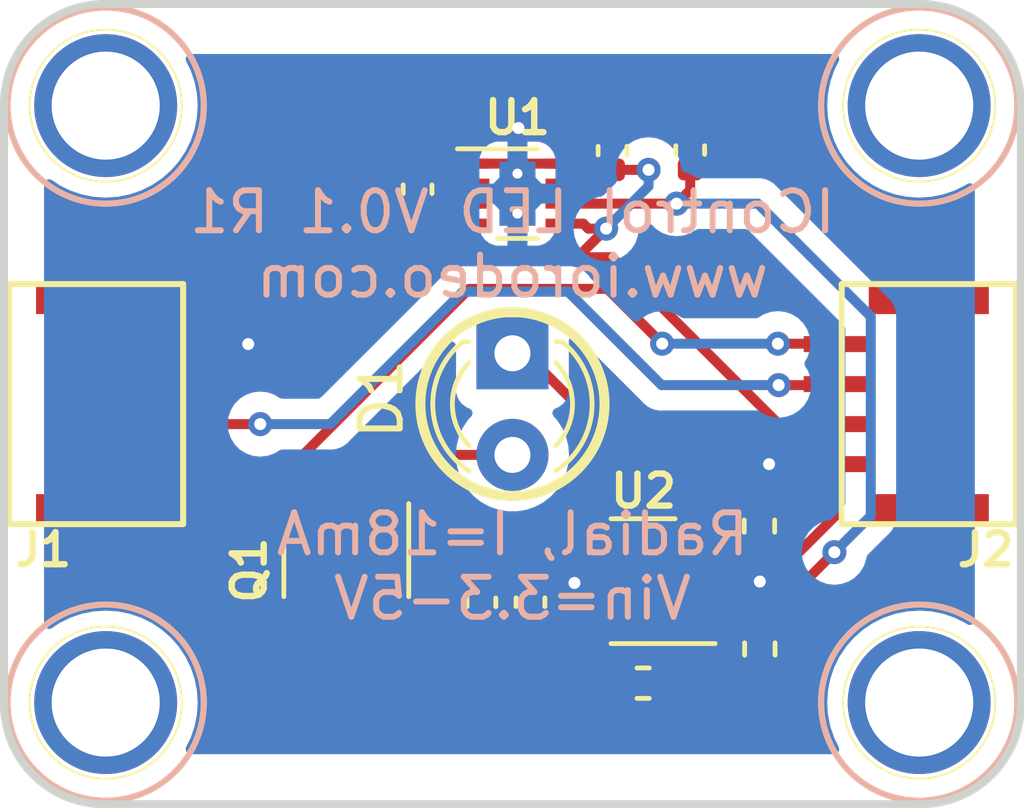
<source format=kicad_pcb>
(kicad_pcb (version 20221018) (generator pcbnew)
  (layers (0 "F.Cu" signal) (31 "B.Cu" signal) (34 "B.Paste" user) (35 "F.Paste" user) (36 "B.SilkS" user "B.Silkscreen") (37 "F.SilkS" user "F.Silkscreen") (38 "B.Mask" user) (39 "F.Mask" user) (44 "Edge.Cuts" user))
  (net 0 "")
  (net 1 "GND")
  (net 2 "/VIN")
  (net 3 "Net-(U1-C1+)")
  (net 4 "/SCL")
  (net 5 "/SDA")
  (net 6 "Net-(U1-C1-)")
  (net 7 "/5V")
  (net 8 "Net-(D1-K)")
  (net 9 "Net-(D1-A)")
  (net 10 "Net-(Q1-B)")
  (net 11 "/Vset")
  (footprint "custom_mount_hole:MountingHole_2.5mm_Pad" (layer "F.Cu") (at 52.54 52.54)
    (fp_text reference "M1" hide)
    (fp_text value "MountingHole_2.5mm_Pad" hide)
    (fp_circle (center 0 0) (end 2.45 0) (stroke (width 0.15)) (fill none) (layer "B.SilkS"))
    (fp_circle (center 0 0) (end 1.9 0) (stroke (width 0.05)) (fill none) (layer "F.SilkS"))
    (fp_circle (center 0 0) (end 2.45 0) (stroke (width 0.15)) (fill none) (layer "F.SilkS"))
    (pad "~" thru_hole circle (at 0 0) (size 3.57 3.57) (drill 2.7) (layers "*.Cu" "*.Mask"))
  )
  (footprint "custom_mount_hole:MountingHole_2.5mm_Pad" (layer "F.Cu") (at 72.86 52.54)
    (fp_text reference "M2" hide)
    (fp_text value "MountingHole_2.5mm_Pad" hide)
    (fp_circle (center 0 0) (end 2.45 0) (stroke (width 0.15)) (fill none) (layer "B.SilkS"))
    (fp_circle (center 0 0) (end 1.9 0) (stroke (width 0.05)) (fill none) (layer "F.SilkS"))
    (fp_circle (center 0 0) (end 2.45 0) (stroke (width 0.15)) (fill none) (layer "F.SilkS"))
    (pad "~" thru_hole circle (at 0 0) (size 3.57 3.57) (drill 2.7) (layers "*.Cu" "*.Mask"))
  )
  (footprint "custom_mount_hole:MountingHole_2.5mm_Pad" (layer "F.Cu") (at 72.86 67.46)
    (fp_text reference "M3" hide)
    (fp_text value "MountingHole_2.5mm_Pad" hide)
    (fp_circle (center 0 0) (end 2.45 0) (stroke (width 0.15)) (fill none) (layer "B.SilkS"))
    (fp_circle (center 0 0) (end 1.9 0) (stroke (width 0.05)) (fill none) (layer "F.SilkS"))
    (fp_circle (center 0 0) (end 2.45 0) (stroke (width 0.15)) (fill none) (layer "F.SilkS"))
    (pad "~" thru_hole circle (at 0 0) (size 3.57 3.57) (drill 2.7) (layers "*.Cu" "*.Mask"))
  )
  (footprint "custom_mount_hole:MountingHole_2.5mm_Pad" (layer "F.Cu") (at 52.54 67.46)
    (fp_text reference "M4" hide)
    (fp_text value "MountingHole_2.5mm_Pad" hide)
    (fp_circle (center 0 0) (end 2.45 0) (stroke (width 0.15)) (fill none) (layer "B.SilkS"))
    (fp_circle (center 0 0) (end 1.9 0) (stroke (width 0.05)) (fill none) (layer "F.SilkS"))
    (fp_circle (center 0 0) (end 2.45 0) (stroke (width 0.15)) (fill none) (layer "F.SilkS"))
    (pad "~" thru_hole circle (at 0 0) (size 3.57 3.57) (drill 2.7) (layers "*.Cu" "*.Mask"))
  )
  (footprint "LED_THT:LED_D3.0mm" (layer "F.Cu") (at 62.7 58.73 -90)
    (fp_text reference "D1" (at 1.14 3.27 90) (layer "F.SilkS"))
    (fp_text value "LED_ALT")
    (fp_line (start -0.29 -1.236) (end -0.29 -1.08) (stroke (width 0.12)) (layer "F.SilkS"))
    (fp_line (start -0.29 1.08) (end -0.29 1.236) (stroke (width 0.12)) (layer "F.SilkS"))
    (fp_arc (start -0.29 -1.235516) (mid 1.366487 -1.987659) (end 2.942335 -1.078608) (stroke (width 0.12)) (layer "F.SilkS"))
    (fp_arc (start 0.229039 -1.08) (mid 1.270117 -1.5) (end 2.31113 -1.079837) (stroke (width 0.12)) (layer "F.SilkS"))
    (fp_arc (start 2.31113 1.079837) (mid 1.270117 1.5) (end 0.229039 1.08) (stroke (width 0.12)) (layer "F.SilkS"))
    (fp_arc (start 2.942335 1.078608) (mid 1.366487 1.987659) (end -0.29 1.235516) (stroke (width 0.12)) (layer "F.SilkS"))
    (pad "1" thru_hole rect (at 0 0 270) (size 1.8 1.8) (drill 0.9) (layers "*.Cu" "*.Mask") (net 8 "Net-(D1-K)"))
    (pad "2" thru_hole circle (at 2.54 0 270) (size 1.8 1.8) (drill 0.9) (layers "*.Cu" "*.Mask") (net 9 "Net-(D1-A)"))
  )
  (footprint "BOOMELE_SH_SMD:BOOMELE_SMD_SH_4PIN_RT" (layer "F.Cu") (at 52.78 60 90)
    (fp_text reference "J1" (at -3.64 -1.8 180) (layer "F.SilkS") (effects (font (size 0.8 0.8) (thickness 0.16))))
    (fp_text value "Conn_01x04" hide)
    (fp_line (start -3 1.695) (end -3 -2.655) (stroke (width 0.15)) (layer "F.SilkS"))
    (fp_line (start 0 -2.655) (end -3 -2.655) (stroke (width 0.15)) (layer "F.SilkS"))
    (fp_line (start 3 -2.655) (end 0 -2.655) (stroke (width 0.15)) (layer "F.SilkS"))
    (fp_line (start 3 -2.655) (end 3 1.695) (stroke (width 0.15)) (layer "F.SilkS"))
    (fp_line (start 3 1.695) (end -3 1.695) (stroke (width 0.15)) (layer "F.SilkS"))
    (pad "" smd rect (at -2.65 -0.48 270) (size 0.8 3) (layers "F.Cu" "F.Paste" "F.Mask"))
    (pad "" smd rect (at 2.65 -0.48 270) (size 0.8 3) (layers "F.Cu" "F.Paste" "F.Mask"))
    (pad "1" smd rect (at 1.5 1.845 270) (size 0.4 1.6) (layers "F.Cu" "F.Paste" "F.Mask") (net 1 "GND"))
    (pad "2" smd rect (at 0.5 1.845 270) (size 0.4 1.6) (layers "F.Cu" "F.Paste" "F.Mask") (net 2 "/VIN"))
    (pad "3" smd rect (at -0.5 1.845 270) (size 0.4 1.6) (layers "F.Cu" "F.Paste" "F.Mask") (net 5 "/SDA"))
    (pad "4" smd rect (at -1.5 1.845 270) (size 0.4 1.6) (layers "F.Cu" "F.Paste" "F.Mask") (net 4 "/SCL"))
  )
  (footprint "BOOMELE_SH_SMD:BOOMELE_SMD_SH_4PIN_RT" (layer "F.Cu") (at 72.62 60 -90)
    (fp_text reference "J2" (at 3.64 -1.9 180) (layer "F.SilkS") (effects (font (size 0.8 0.8) (thickness 0.16))))
    (fp_text value "Conn_01x04" hide)
    (fp_line (start -3 1.695) (end -3 -2.655) (stroke (width 0.15)) (layer "F.SilkS"))
    (fp_line (start 0 -2.655) (end -3 -2.655) (stroke (width 0.15)) (layer "F.SilkS"))
    (fp_line (start 3 -2.655) (end 0 -2.655) (stroke (width 0.15)) (layer "F.SilkS"))
    (fp_line (start 3 -2.655) (end 3 1.695) (stroke (width 0.15)) (layer "F.SilkS"))
    (fp_line (start 3 1.695) (end -3 1.695) (stroke (width 0.15)) (layer "F.SilkS"))
    (pad "" smd rect (at -2.65 -0.48 90) (size 0.8 3) (layers "F.Cu" "F.Paste" "F.Mask"))
    (pad "" smd rect (at 2.65 -0.48 90) (size 0.8 3) (layers "F.Cu" "F.Paste" "F.Mask"))
    (pad "1" smd rect (at 1.5 1.845 90) (size 0.4 1.6) (layers "F.Cu" "F.Paste" "F.Mask") (net 1 "GND"))
    (pad "2" smd rect (at 0.5 1.845 90) (size 0.4 1.6) (layers "F.Cu" "F.Paste" "F.Mask") (net 2 "/VIN"))
    (pad "3" smd rect (at -0.5 1.845 90) (size 0.4 1.6) (layers "F.Cu" "F.Paste" "F.Mask") (net 5 "/SDA"))
    (pad "4" smd rect (at -1.5 1.845 90) (size 0.4 1.6) (layers "F.Cu" "F.Paste" "F.Mask") (net 4 "/SCL"))
  )
  (footprint "Resistor_SMD:R_0402_1005Metric" (layer "F.Cu") (at 68.87 63.05 -90)
    (fp_text reference "R1" hide)
    (fp_text value "100" hide)
    (fp_line (start -0.153641 -0.38) (end 0.153641 -0.38) (stroke (width 0.12)) (layer "F.SilkS"))
    (fp_line (start -0.153641 0.38) (end 0.153641 0.38) (stroke (width 0.12)) (layer "F.SilkS"))
    (pad "1" smd roundrect (at -0.51 0 270) (size 0.54 0.64) (layers "F.Cu" "F.Paste" "F.Mask") (net 8 "Net-(D1-K)"))
    (pad "2" smd roundrect (at 0.51 0 270) (size 0.54 0.64) (layers "F.Cu" "F.Paste" "F.Mask") (net 1 "GND"))
  )
  (footprint "Package_TO_SOT_SMD:SOT-23-5" (layer "F.Cu") (at 65.9625 64.425 180)
    (fp_text reference "U2" (at -0.0125 2.25) (layer "F.SilkS") (effects (font (size 0.8 0.8) (thickness 0.16) bold)))
    (fp_text value "LMV321")
    (fp_line (start 0 -1.56) (end -1.8 -1.56) (stroke (width 0.12)) (layer "F.SilkS"))
    (fp_line (start 0 -1.56) (end 0.8 -1.56) (stroke (width 0.12)) (layer "F.SilkS"))
    (fp_line (start 0 1.56) (end -0.8 1.56) (stroke (width 0.12)) (layer "F.SilkS"))
    (fp_line (start 0 1.56) (end 0.8 1.56) (stroke (width 0.12)) (layer "F.SilkS"))
    (pad "1" smd roundrect (at -1.1375 -0.95 180) (size 1.325 0.6) (layers "F.Cu" "F.Paste" "F.Mask") (net 11 "/Vset"))
    (pad "2" smd roundrect (at -1.1375 0 180) (size 1.325 0.6) (layers "F.Cu" "F.Paste" "F.Mask") (net 1 "GND"))
    (pad "3" smd roundrect (at -1.1375 0.95 180) (size 1.325 0.6) (layers "F.Cu" "F.Paste" "F.Mask") (net 8 "Net-(D1-K)"))
    (pad "4" smd roundrect (at 1.1375 0.95 180) (size 1.325 0.6) (layers "F.Cu" "F.Paste" "F.Mask") (net 10 "Net-(Q1-B)"))
    (pad "5" smd roundrect (at 1.1375 -0.95 180) (size 1.325 0.6) (layers "F.Cu" "F.Paste" "F.Mask") (net 7 "/5V"))
  )
  (footprint "Capacitor_SMD:C_0402_1005Metric" (layer "F.Cu") (at 63.15 64.95 90)
    (fp_text reference "C4" hide)
    (fp_text value "0.1uF" hide)
    (fp_line (start -0.107836 -0.36) (end 0.107836 -0.36) (stroke (width 0.12)) (layer "F.SilkS"))
    (fp_line (start -0.107836 0.36) (end 0.107836 0.36) (stroke (width 0.12)) (layer "F.SilkS"))
    (pad "1" smd roundrect (at -0.48 0 90) (size 0.56 0.62) (layers "F.Cu" "F.Paste" "F.Mask") (net 7 "/5V"))
    (pad "2" smd roundrect (at 0.48 0 90) (size 0.56 0.62) (layers "F.Cu" "F.Paste" "F.Mask") (net 1 "GND"))
  )
  (footprint "Package_SON:WSON-8-1EP_2x2mm_P0.5mm_EP0.9x1.6mm_ThermalVias" (layer "F.Cu") (at 62.825 54.74)
    (fp_text reference "U1" (at 0 -1.9) (layer "F.SilkS") (effects (font (size 0.8 0.8) (thickness 0.16))))
    (fp_text value "LM2775DSG" hide)
    (fp_line (start -1.5 -1.12) (end 0.5 -1.12) (stroke (width 0.12)) (layer "F.SilkS"))
    (fp_line (start 0.5 1.12) (end -0.5 1.12) (stroke (width 0.12)) (layer "F.SilkS"))
    (pad "1" smd rect (at -0.95 -0.75) (size 0.5 0.25) (layers "F.Cu" "F.Paste" "F.Mask") (net 1 "GND"))
    (pad "2" smd rect (at -0.95 -0.25) (size 0.5 0.25) (layers "F.Cu" "F.Paste" "F.Mask") (net 6 "Net-(U1-C1-)"))
    (pad "3" smd rect (at -0.95 0.25) (size 0.5 0.25) (layers "F.Cu" "F.Paste" "F.Mask") (net 3 "Net-(U1-C1+)"))
    (pad "4" smd rect (at -0.95 0.75) (size 0.5 0.25) (layers "F.Cu" "F.Paste" "F.Mask") (net 2 "/VIN"))
    (pad "5" smd rect (at 0.95 0.75) (size 0.5 0.25) (layers "F.Cu" "F.Paste" "F.Mask") (net 2 "/VIN"))
    (pad "6" smd rect (at 0.95 0.25) (size 0.5 0.25) (layers "F.Cu" "F.Paste" "F.Mask") (net 7 "/5V"))
    (pad "7" smd rect (at 0.95 -0.25) (size 0.5 0.25) (layers "F.Cu" "F.Paste" "F.Mask") (net 2 "/VIN"))
    (pad "8" smd rect (at 0.95 -0.75) (size 0.5 0.25) (layers "F.Cu" "F.Paste" "F.Mask") (net 1 "GND"))
    (pad "9" thru_hole circle (at 0 -0.5) (size 0.6 0.6) (drill 0.25) (layers "*.Cu") (net 1 "GND"))
    (pad "9" smd rect (at 0 0) (size 0.9 1.6) (layers "F.Cu" "F.Mask") (net 1 "GND"))
    (pad "9" smd rect (at 0 0) (size 0.9 1.6) (layers "B.Cu") (net 1 "GND"))
    (pad "9" thru_hole circle (at 0 0.5) (size 0.6 0.6) (drill 0.25) (layers "*.Cu") (net 1 "GND"))
  )
  (footprint "Capacitor_SMD:C_0402_1005Metric" (layer "F.Cu") (at 67.14 53.65 90)
    (fp_text reference "C3" hide)
    (fp_text value "10uF" hide)
    (fp_line (start -0.107836 -0.36) (end 0.107836 -0.36) (stroke (width 0.12)) (layer "F.SilkS"))
    (fp_line (start -0.107836 0.36) (end 0.107836 0.36) (stroke (width 0.12)) (layer "F.SilkS"))
    (pad "1" smd roundrect (at -0.48 0 90) (size 0.56 0.62) (layers "F.Cu" "F.Paste" "F.Mask") (net 7 "/5V"))
    (pad "2" smd roundrect (at 0.48 0 90) (size 0.56 0.62) (layers "F.Cu" "F.Paste" "F.Mask") (net 1 "GND"))
  )
  (footprint "Resistor_SMD:R_0402_1005Metric" (layer "F.Cu") (at 68.88 66.12 90)
    (fp_text reference "R3" hide)
    (fp_text value "10k" hide)
    (fp_line (start -0.153641 -0.38) (end 0.153641 -0.38) (stroke (width 0.12)) (layer "F.SilkS"))
    (fp_line (start -0.153641 0.38) (end 0.153641 0.38) (stroke (width 0.12)) (layer "F.SilkS"))
    (pad "1" smd roundrect (at -0.51 0 90) (size 0.54 0.64) (layers "F.Cu" "F.Paste" "F.Mask") (net 11 "/Vset"))
    (pad "2" smd roundrect (at 0.51 0 90) (size 0.54 0.64) (layers "F.Cu" "F.Paste" "F.Mask") (net 1 "GND"))
  )
  (footprint "Resistor_SMD:R_0402_1005Metric" (layer "F.Cu") (at 65.965 66.975)
    (fp_text reference "R2" hide)
    (fp_text value "18k" hide)
    (fp_line (start -0.153641 -0.38) (end 0.153641 -0.38) (stroke (width 0.12)) (layer "F.SilkS"))
    (fp_line (start -0.153641 0.38) (end 0.153641 0.38) (stroke (width 0.12)) (layer "F.SilkS"))
    (pad "1" smd roundrect (at -0.51 0) (size 0.54 0.64) (layers "F.Cu" "F.Paste" "F.Mask") (net 7 "/5V"))
    (pad "2" smd roundrect (at 0.51 0) (size 0.54 0.64) (layers "F.Cu" "F.Paste" "F.Mask") (net 11 "/Vset"))
  )
  (footprint "Capacitor_SMD:C_0402_1005Metric" (layer "F.Cu") (at 65.2 53.665 -90)
    (fp_text reference "C1" hide)
    (fp_text value "10uF" hide)
    (fp_line (start -0.107836 -0.36) (end 0.107836 -0.36) (stroke (width 0.12)) (layer "F.SilkS"))
    (fp_line (start -0.107836 0.36) (end 0.107836 0.36) (stroke (width 0.12)) (layer "F.SilkS"))
    (pad "1" smd roundrect (at -0.48 0 270) (size 0.56 0.62) (layers "F.Cu" "F.Paste" "F.Mask") (net 1 "GND"))
    (pad "2" smd roundrect (at 0.48 0 270) (size 0.56 0.62) (layers "F.Cu" "F.Paste" "F.Mask") (net 2 "/VIN"))
  )
  (footprint "Capacitor_SMD:C_0402_1005Metric" (layer "F.Cu") (at 61.925 64.955 90)
    (fp_text reference "C5" hide)
    (fp_text value "10uF" hide)
    (fp_line (start -0.107836 -0.36) (end 0.107836 -0.36) (stroke (width 0.12)) (layer "F.SilkS"))
    (fp_line (start -0.107836 0.36) (end 0.107836 0.36) (stroke (width 0.12)) (layer "F.SilkS"))
    (pad "1" smd roundrect (at -0.48 0 90) (size 0.56 0.62) (layers "F.Cu" "F.Paste" "F.Mask") (net 7 "/5V"))
    (pad "2" smd roundrect (at 0.48 0 90) (size 0.56 0.62) (layers "F.Cu" "F.Paste" "F.Mask") (net 1 "GND"))
  )
  (footprint "Package_TO_SOT_SMD:SOT-23" (layer "F.Cu") (at 58.55 64.1625 -90)
    (fp_text reference "Q1" (at -0.0125 2.425 90) (layer "F.SilkS") (effects (font (size 0.8 0.8) (thickness 0.16) bold)))
    (fp_text value "MMBT5551L" hide)
    (fp_line (start 0 -1.56) (end -1.675 -1.56) (stroke (width 0.12)) (layer "F.SilkS"))
    (fp_line (start 0 -1.56) (end 0.65 -1.56) (stroke (width 0.12)) (layer "F.SilkS"))
    (fp_line (start 0 1.56) (end -0.65 1.56) (stroke (width 0.12)) (layer "F.SilkS"))
    (fp_line (start 0 1.56) (end 0.65 1.56) (stroke (width 0.12)) (layer "F.SilkS"))
    (pad "1" smd roundrect (at -0.9375 -0.95 270) (size 1.475 0.6) (layers "F.Cu" "F.Paste" "F.Mask") (net 10 "Net-(Q1-B)"))
    (pad "2" smd roundrect (at -0.9375 0.95 270) (size 1.475 0.6) (layers "F.Cu" "F.Paste" "F.Mask") (net 9 "Net-(D1-A)"))
    (pad "3" smd roundrect (at 0.9375 0 270) (size 1.475 0.6) (layers "F.Cu" "F.Paste" "F.Mask") (net 7 "/5V"))
  )
  (footprint "Capacitor_SMD:C_0402_1005Metric" (layer "F.Cu") (at 60.33 54.63 90)
    (fp_text reference "C2" hide)
    (fp_text value "1uF" hide)
    (fp_line (start -0.107836 -0.36) (end 0.107836 -0.36) (stroke (width 0.12)) (layer "F.SilkS"))
    (fp_line (start -0.107836 0.36) (end 0.107836 0.36) (stroke (width 0.12)) (layer "F.SilkS"))
    (pad "1" smd roundrect (at -0.48 0 90) (size 0.56 0.62) (layers "F.Cu" "F.Paste" "F.Mask") (net 3 "Net-(U1-C1+)"))
    (pad "2" smd roundrect (at 0.48 0 90) (size 0.56 0.62) (layers "F.Cu" "F.Paste" "F.Mask") (net 6 "Net-(U1-C1-)"))
  )
  (gr_circle (center 62.7 60) (end 65 60) (stroke (width 0.25)) (fill none) (layer "F.SilkS"))
  (gr_arc (start 72.9 50) (mid 74.667767 50.732233) (end 75.4 52.5) (stroke (width 0.2)) (layer "Edge.Cuts"))
  (gr_arc (start 52.5 70) (mid 50.732233 69.267767) (end 50 67.5) (stroke (width 0.2)) (layer "Edge.Cuts"))
  (gr_line (start 52.5 50) (end 72.9 50) (stroke (width 0.2)) (layer "Edge.Cuts"))
  (gr_arc (start 50 52.5) (mid 50.732233 50.732233) (end 52.5 50) (stroke (width 0.2)) (layer "Edge.Cuts"))
  (gr_arc (start 75.4 67.5) (mid 74.667767 69.267767) (end 72.9 70) (stroke (width 0.2)) (layer "Edge.Cuts"))
  (gr_line (start 50 52.5) (end 50 67.5) (stroke (width 0.2)) (layer "Edge.Cuts"))
  (gr_line (start 52.5 70) (end 72.9 70) (stroke (width 0.2)) (layer "Edge.Cuts"))
  (gr_line (start 75.4 52.5) (end 75.4 67.5) (stroke (width 0.2)) (layer "Edge.Cuts"))
  (gr_text "IControl LED V0.1 R1\nwww.iorodeo.com\n\n\n\nRadial, I=18mA\nVin=3.3-5V" (at 62.7 60.03) (layer "B.SilkS") (effects (font (size 1 1)) (justify mirror)))
  (segment (start 68.88 65.61) (end 68.88 64.435) (width 0.25) (layer "F.Cu") (net 1))
  (segment (start 69.135 64.425) (end 70.775 62.785) (width 0.25) (layer "F.Cu") (net 1))
  (segment (start 62.825 53.125) (end 62.85 53.1) (width 0.25) (layer "F.Cu") (net 1))
  (segment (start 64.765 53.185) (end 65.2 53.185) (width 0.25) (layer "F.Cu") (net 1))
  (segment (start 63.775 53.99) (end 63.96 53.99) (width 0.25) (layer "F.Cu") (net 1))
  (segment (start 62.825 54.24) (end 63.075 53.99) (width 0.25) (layer "F.Cu") (net 1))
  (segment (start 65.2 53.185) (end 67.125 53.185) (width 0.25) (layer "F.Cu") (net 1))
  (segment (start 68.425 64.425) (end 68.89 64.425) (width 0.25) (layer "F.Cu") (net 1))
  (segment (start 68.87 64.405) (end 68.89 64.425) (width 0.25) (layer "F.Cu") (net 1))
  (segment (start 63.15 64.47) (end 61.93 64.47) (width 0.25) (layer "F.Cu") (net 1))
  (segment (start 63.15 64.47) (end 64.25 64.47) (width 0.25) (layer "F.Cu") (net 1))
  (segment (start 62.575 53.99) (end 62.825 54.24) (width 0.25) (layer "F.Cu") (net 1))
  (segment (start 63.075 53.99) (end 63.775 53.99) (width 0.25) (layer "F.Cu") (net 1))
  (segment (start 67.1 64.425) (end 68.425 64.425) (width 0.25) (layer "F.Cu") (net 1))
  (segment (start 68.89 64.425) (end 69.135 64.425) (width 0.25) (layer "F.Cu") (net 1))
  (segment (start 70.775 62.785) (end 70.775 61.5) (width 0.25) (layer "F.Cu") (net 1))
  (segment (start 67.055 64.47) (end 67.1 64.425) (width 0.25) (layer "F.Cu") (net 1))
  (segment (start 62.825 54.24) (end 62.825 53.125) (width 0.25) (layer "F.Cu") (net 1))
  (segment (start 63.96 53.99) (end 64.765 53.185) (width 0.25) (layer "F.Cu") (net 1))
  (segment (start 68.88 64.435) (end 68.89 64.425) (width 0.25) (layer "F.Cu") (net 1))
  (segment (start 68.87 63.56) (end 68.87 64.405) (width 0.25) (layer "F.Cu") (net 1))
  (segment (start 64.25 64.47) (end 67.055 64.47) (width 0.25) (layer "F.Cu") (net 1))
  (segment (start 69.11 61.5) (end 70.775 61.5) (width 0.25) (layer "F.Cu") (net 1))
  (segment (start 67.125 53.185) (end 67.14 53.17) (width 0.25) (layer "F.Cu") (net 1))
  (segment (start 54.625 58.5) (end 55.95 58.5) (width 0.25) (layer "F.Cu") (net 1))
  (segment (start 61.875 53.99) (end 62.575 53.99) (width 0.25) (layer "F.Cu") (net 1))
  (segment (start 61.93 64.47) (end 61.925 64.475) (width 0.25) (layer "F.Cu") (net 1))
  (via (at 68.88 64.435) (size 0.6) (drill 0.3) (layers "F.Cu" "B.Cu") (net 1))
  (via (at 62.85 53.1) (size 0.6) (drill 0.3) (layers "F.Cu" "B.Cu") (net 1))
  (via (at 69.11 61.5) (size 0.6) (drill 0.3) (layers "F.Cu" "B.Cu") (net 1))
  (via (at 56.1 58.5) (size 0.6) (drill 0.3) (layers "F.Cu" "B.Cu") (net 1))
  (via (at 64.25 64.47) (size 0.6) (drill 0.3) (layers "F.Cu" "B.Cu") (net 1))
  (segment (start 54.625 59.5) (end 57.275 59.5) (width 0.25) (layer "F.Cu") (net 2))
  (segment (start 65.04 55.6145) (end 64.5945 55.6145) (width 0.25) (layer "F.Cu") (net 2))
  (segment (start 61.285 55.49) (end 61.875 55.49) (width 0.25) (layer "F.Cu") (net 2))
  (segment (start 69.35 60.5) (end 65.1775 56.3275) (width 0.25) (layer "F.Cu") (net 2))
  (segment (start 65.1775 56.3275) (end 64.19 56.3275) (width 0.25) (layer "F.Cu") (net 2))
  (segment (start 65.04 55.6145) (end 64.327 56.3275) (width 0.25) (layer "F.Cu") (net 2))
  (segment (start 64.19 56.3275) (end 60.4475 56.3275) (width 0.25) (layer "F.Cu") (net 2))
  (segment (start 70.775 60.5) (end 69.35 60.5) (width 0.25) (layer "F.Cu") (net 2))
  (segment (start 64.655 54.145) (end 65.2 54.145) (width 0.25) (layer "F.Cu") (net 2))
  (segment (start 57.275 59.5) (end 60.4475 56.3275) (width 0.25) (layer "F.Cu") (net 2))
  (segment (start 64.5945 55.6145) (end 64.47 55.49) (width 0.25) (layer "F.Cu") (net 2))
  (segment (start 64.31 54.49) (end 64.655 54.145) (width 0.25) (layer "F.Cu") (net 2))
  (segment (start 60.4475 56.3275) (end 61.285 55.49) (width 0.25) (layer "F.Cu") (net 2))
  (segment (start 63.775 54.49) (end 64.31 54.49) (width 0.25) (layer "F.Cu") (net 2))
  (segment (start 64.47 55.49) (end 63.775 55.49) (width 0.25) (layer "F.Cu") (net 2))
  (segment (start 64.327 56.3275) (end 64.19 56.3275) (width 0.25) (layer "F.Cu") (net 2))
  (segment (start 66.1 54.145) (end 65.2 54.145) (width 0.25) (layer "F.Cu") (net 2))
  (via (at 65.04 55.6145) (size 0.6) (drill 0.3) (layers "F.Cu" "B.Cu") (net 2))
  (via (at 66.1 54.145) (size 0.6) (drill 0.3) (layers "F.Cu" "B.Cu") (net 2))
  (segment (start 66.1 54.5545) (end 66.1 54.145) (width 0.25) (layer "B.Cu") (net 2))
  (segment (start 65.04 55.6145) (end 66.1 54.5545) (width 0.25) (layer "B.Cu") (net 2))
  (segment (start 60.33 55.11) (end 60.93 55.11) (width 0.25) (layer "F.Cu") (net 3))
  (segment (start 61.05 54.99) (end 61.875 54.99) (width 0.25) (layer "F.Cu") (net 3))
  (segment (start 60.93 55.11) (end 61.05 54.99) (width 0.25) (layer "F.Cu") (net 3))
  (segment (start 57.24 61.5) (end 54.625 61.5) (width 0.25) (layer "F.Cu") (net 4))
  (segment (start 61.62 57.12) (end 57.24 61.5) (width 0.25) (layer "F.Cu") (net 4))
  (segment (start 66.44 58.49) (end 65.07 57.12) (width 0.25) (layer "F.Cu") (net 4))
  (segment (start 65.07 57.12) (end 61.62 57.12) (width 0.25) (layer "F.Cu") (net 4))
  (segment (start 69.33 58.49) (end 70.765 58.49) (width 0.25) (layer "F.Cu") (net 4))
  (via (at 69.33 58.49) (size 0.6) (drill 0.3) (layers "F.Cu" "B.Cu") (net 4))
  (via (at 66.44 58.49) (size 0.6) (drill 0.3) (layers "F.Cu" "B.Cu") (net 4))
  (segment (start 66.44 58.49) (end 69.33 58.49) (width 0.25) (layer "B.Cu") (net 4))
  (segment (start 69.35 59.525) (end 70.75 59.525) (width 0.25) (layer "F.Cu") (net 5))
  (segment (start 56.4 60.5) (end 54.625 60.5) (width 0.25) (layer "F.Cu") (net 5))
  (segment (start 70.75 59.525) (end 70.775 59.5) (width 0.25) (layer "F.Cu") (net 5))
  (via (at 56.4 60.5) (size 0.6) (drill 0.3) (layers "F.Cu" "B.Cu") (net 5))
  (via (at 69.35 59.525) (size 0.6) (drill 0.3) (layers "F.Cu" "B.Cu") (net 5))
  (segment (start 61.46 57.19) (end 64.11 57.19) (width 0.25) (layer "B.Cu") (net 5))
  (segment (start 56.4 60.5) (end 58.15 60.5) (width 0.25) (layer "B.Cu") (net 5))
  (segment (start 66.425 59.525) (end 69.35 59.525) (width 0.25) (layer "B.Cu") (net 5))
  (segment (start 58.15 60.5) (end 61.46 57.19) (width 0.25) (layer "B.Cu") (net 5))
  (segment (start 64.11 57.21) (end 66.425 59.525) (width 0.25) (layer "B.Cu") (net 5))
  (segment (start 64.11 57.19) (end 64.11 57.21) (width 0.25) (layer "B.Cu") (net 5))
  (segment (start 60.72 54.15) (end 61.06 54.49) (width 0.25) (layer "F.Cu") (net 6))
  (segment (start 60.33 54.15) (end 60.72 54.15) (width 0.25) (layer "F.Cu") (net 6))
  (segment (start 61.06 54.49) (end 61.875 54.49) (width 0.25) (layer "F.Cu") (net 6))
  (segment (start 64.825 65.375) (end 64.825 65.575) (width 0.25) (layer "F.Cu") (net 7))
  (segment (start 63.145 65.435) (end 63.15 65.43) (width 0.25) (layer "F.Cu") (net 7))
  (segment (start 67.14 54.65) (end 67.14 54.13) (width 0.25) (layer "F.Cu") (net 7))
  (segment (start 58.55 65.1) (end 58.885 65.435) (width 0.25) (layer "F.Cu") (net 7))
  (segment (start 63.85 65.43) (end 64.77 65.43) (width 0.25) (layer "F.Cu") (net 7))
  (segment (start 63.15 65.43) (end 63.85 65.43) (width 0.25) (layer "F.Cu") (net 7))
  (segment (start 58.885 65.435) (end 61.925 65.435) (width 0.25) (layer "F.Cu") (net 7))
  (segment (start 65.455 66.205) (end 65.455 66.975) (width 0.25) (layer "F.Cu") (net 7))
  (segment (start 63.775 54.99) (end 66.8 54.99) (width 0.25) (layer "F.Cu") (net 7))
  (segment (start 66.01 68) (end 65.455 67.445) (width 0.25) (layer "F.Cu") (net 7))
  (segment (start 69.85 67.2) (end 69.05 68) (width 0.25) (layer "F.Cu") (net 7))
  (segment (start 65.455 67.445) (end 65.455 66.975) (width 0.25) (layer "F.Cu") (net 7))
  (segment (start 64.825 65.575) (end 65.455 66.205) (width 0.25) (layer "F.Cu") (net 7))
  (segment (start 66.8 54.99) (end 67.14 54.65) (width 0.25) (layer "F.Cu") (net 7))
  (segment (start 70.741589 63.701589) (end 69.85 64.593178) (width 0.25) (layer "F.Cu") (net 7))
  (segment (start 61.925 65.435) (end 63.145 65.435) (width 0.25) (layer "F.Cu") (net 7))
  (segment (start 69.05 68) (end 66.01 68) (width 0.25) (layer "F.Cu") (net 7))
  (segment (start 69.85 64.593178) (end 69.85 67.2) (width 0.25) (layer "F.Cu") (net 7))
  (segment (start 64.77 65.43) (end 64.825 65.375) (width 0.25) (layer "F.Cu") (net 7))
  (via (at 70.741589 63.701589) (size 0.6) (drill 0.3) (layers "F.Cu" "B.Cu") (net 7))
  (via (at 66.8 54.99) (size 0.6) (drill 0.3) (layers "F.Cu" "B.Cu") (net 7))
  (segment (start 68.83 54.99) (end 66.8 54.99) (width 0.25) (layer "B.Cu") (net 7))
  (segment (start 71.65 57.81) (end 68.83 54.99) (width 0.25) (layer "B.Cu") (net 7))
  (segment (start 70.741589 63.701589) (end 71.65 62.793178) (width 0.25) (layer "B.Cu") (net 7))
  (segment (start 71.65 62.793178) (end 71.65 57.81) (width 0.25) (layer "B.Cu") (net 7))
  (segment (start 68.45 62.54) (end 68.87 62.54) (width 0.25) (layer "F.Cu") (net 8))
  (segment (start 67.1 62.81) (end 67.1 63.475) (width 0.25) (layer "F.Cu") (net 8))
  (segment (start 62.7 58.73) (end 63.02 58.73) (width 0.25) (layer "F.Cu") (net 8))
  (segment (start 63.02 58.73) (end 67.1 62.81) (width 0.25) (layer "F.Cu") (net 8))
  (segment (start 67.515 63.475) (end 68.45 62.54) (width 0.25) (layer "F.Cu") (net 8))
  (segment (start 67.1 63.475) (end 67.515 63.475) (width 0.25) (layer "F.Cu") (net 8))
  (segment (start 57.6 62.56) (end 58.89 61.27) (width 0.25) (layer "F.Cu") (net 9))
  (segment (start 57.6 63.225) (end 57.6 62.56) (width 0.25) (layer "F.Cu") (net 9))
  (segment (start 58.89 61.27) (end 62.7 61.27) (width 0.25) (layer "F.Cu") (net 9))
  (segment (start 64.825 63.475) (end 62.555 63.475) (width 0.25) (layer "F.Cu") (net 10))
  (segment (start 59.545 63.18) (end 59.5 63.225) (width 0.25) (layer "F.Cu") (net 10))
  (segment (start 62.26 63.18) (end 59.545 63.18) (width 0.25) (layer "F.Cu") (net 10))
  (segment (start 62.555 63.475) (end 62.26 63.18) (width 0.25) (layer "F.Cu") (net 10))
  (segment (start 67.1 66.84) (end 66.965 66.975) (width 0.25) (layer "F.Cu") (net 11))
  (segment (start 67.1 65.375) (end 67.1 66.69) (width 0.25) (layer "F.Cu") (net 11))
  (segment (start 67.1 66.69) (end 67.1 66.84) (width 0.25) (layer "F.Cu") (net 11))
  (segment (start 68.82 66.69) (end 68.88 66.63) (width 0.25) (layer "F.Cu") (net 11))
  (segment (start 66.965 66.975) (end 66.475 66.975) (width 0.25) (layer "F.Cu") (net 11))
  (segment (start 67.1 66.69) (end 68.82 66.69) (width 0.25) (layer "F.Cu") (net 11))
  (zone (net 1) (net_name "GND") (layer "B.Cu") (connect_pads (clearance 0.508)) (min_thickness 0.25) (fill yes (thermal_gap 0.5) (thermal_bridge_width 0.5))
    (polygon (pts (xy 74.25 51.25) (xy 74.25 68.75) (xy 51 68.75) (xy 51 51.25)))
  )
)
</source>
